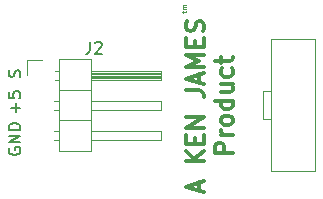
<source format=gto>
%TF.GenerationSoftware,KiCad,Pcbnew,7.0.2*%
%TF.CreationDate,2023-10-29T21:13:40-05:00*%
%TF.ProjectId,data_port_breakout,64617461-5f70-46f7-9274-5f627265616b,rev?*%
%TF.SameCoordinates,Original*%
%TF.FileFunction,Legend,Top*%
%TF.FilePolarity,Positive*%
%FSLAX46Y46*%
G04 Gerber Fmt 4.6, Leading zero omitted, Abs format (unit mm)*
G04 Created by KiCad (PCBNEW 7.0.2) date 2023-10-29 21:13:40*
%MOMM*%
%LPD*%
G01*
G04 APERTURE LIST*
%ADD10C,0.100000*%
%ADD11C,0.150000*%
%ADD12C,0.300000*%
%ADD13C,0.120000*%
%ADD14R,1.700000X1.700000*%
%ADD15O,1.700000X1.700000*%
G04 APERTURE END LIST*
D10*
X103812173Y-96729955D02*
X103812173Y-85479955D01*
X99412173Y-89929955D02*
X99412173Y-92279955D01*
X100112173Y-89929955D02*
X99762173Y-89929955D01*
X100112173Y-92279955D02*
X100112173Y-96729955D01*
X103812173Y-85479955D02*
X100112173Y-85479955D01*
X100112173Y-85479955D02*
X100112173Y-89929955D01*
X99762173Y-92279955D02*
X100112173Y-92279955D01*
X100112173Y-96729955D02*
X103812173Y-96729955D01*
X100112173Y-92279955D02*
X100112173Y-89929955D01*
X99762173Y-89929955D02*
X99412173Y-89929955D01*
X99412173Y-92279955D02*
X99762173Y-92279955D01*
D11*
X77919238Y-94742095D02*
X77871619Y-94837333D01*
X77871619Y-94837333D02*
X77871619Y-94980190D01*
X77871619Y-94980190D02*
X77919238Y-95123047D01*
X77919238Y-95123047D02*
X78014476Y-95218285D01*
X78014476Y-95218285D02*
X78109714Y-95265904D01*
X78109714Y-95265904D02*
X78300190Y-95313523D01*
X78300190Y-95313523D02*
X78443047Y-95313523D01*
X78443047Y-95313523D02*
X78633523Y-95265904D01*
X78633523Y-95265904D02*
X78728761Y-95218285D01*
X78728761Y-95218285D02*
X78824000Y-95123047D01*
X78824000Y-95123047D02*
X78871619Y-94980190D01*
X78871619Y-94980190D02*
X78871619Y-94884952D01*
X78871619Y-94884952D02*
X78824000Y-94742095D01*
X78824000Y-94742095D02*
X78776380Y-94694476D01*
X78776380Y-94694476D02*
X78443047Y-94694476D01*
X78443047Y-94694476D02*
X78443047Y-94884952D01*
X78871619Y-94265904D02*
X77871619Y-94265904D01*
X77871619Y-94265904D02*
X78871619Y-93694476D01*
X78871619Y-93694476D02*
X77871619Y-93694476D01*
X78871619Y-93218285D02*
X77871619Y-93218285D01*
X77871619Y-93218285D02*
X77871619Y-92980190D01*
X77871619Y-92980190D02*
X77919238Y-92837333D01*
X77919238Y-92837333D02*
X78014476Y-92742095D01*
X78014476Y-92742095D02*
X78109714Y-92694476D01*
X78109714Y-92694476D02*
X78300190Y-92646857D01*
X78300190Y-92646857D02*
X78443047Y-92646857D01*
X78443047Y-92646857D02*
X78633523Y-92694476D01*
X78633523Y-92694476D02*
X78728761Y-92742095D01*
X78728761Y-92742095D02*
X78824000Y-92837333D01*
X78824000Y-92837333D02*
X78871619Y-92980190D01*
X78871619Y-92980190D02*
X78871619Y-93218285D01*
X78824000Y-88709523D02*
X78871619Y-88566666D01*
X78871619Y-88566666D02*
X78871619Y-88328571D01*
X78871619Y-88328571D02*
X78824000Y-88233333D01*
X78824000Y-88233333D02*
X78776380Y-88185714D01*
X78776380Y-88185714D02*
X78681142Y-88138095D01*
X78681142Y-88138095D02*
X78585904Y-88138095D01*
X78585904Y-88138095D02*
X78490666Y-88185714D01*
X78490666Y-88185714D02*
X78443047Y-88233333D01*
X78443047Y-88233333D02*
X78395428Y-88328571D01*
X78395428Y-88328571D02*
X78347809Y-88519047D01*
X78347809Y-88519047D02*
X78300190Y-88614285D01*
X78300190Y-88614285D02*
X78252571Y-88661904D01*
X78252571Y-88661904D02*
X78157333Y-88709523D01*
X78157333Y-88709523D02*
X78062095Y-88709523D01*
X78062095Y-88709523D02*
X77966857Y-88661904D01*
X77966857Y-88661904D02*
X77919238Y-88614285D01*
X77919238Y-88614285D02*
X77871619Y-88519047D01*
X77871619Y-88519047D02*
X77871619Y-88280952D01*
X77871619Y-88280952D02*
X77919238Y-88138095D01*
D10*
X92648380Y-83273904D02*
X92648380Y-83121523D01*
X92515047Y-83216761D02*
X92857904Y-83216761D01*
X92857904Y-83216761D02*
X92896000Y-83197714D01*
X92896000Y-83197714D02*
X92915047Y-83159619D01*
X92915047Y-83159619D02*
X92915047Y-83121523D01*
X92915047Y-82988190D02*
X92648380Y-82988190D01*
X92686476Y-82988190D02*
X92667428Y-82969143D01*
X92667428Y-82969143D02*
X92648380Y-82931048D01*
X92648380Y-82931048D02*
X92648380Y-82873905D01*
X92648380Y-82873905D02*
X92667428Y-82835809D01*
X92667428Y-82835809D02*
X92705523Y-82816762D01*
X92705523Y-82816762D02*
X92915047Y-82816762D01*
X92705523Y-82816762D02*
X92667428Y-82797714D01*
X92667428Y-82797714D02*
X92648380Y-82759619D01*
X92648380Y-82759619D02*
X92648380Y-82702476D01*
X92648380Y-82702476D02*
X92667428Y-82664381D01*
X92667428Y-82664381D02*
X92705523Y-82645333D01*
X92705523Y-82645333D02*
X92915047Y-82645333D01*
D12*
X93985857Y-98364570D02*
X93985857Y-97650285D01*
X94414428Y-98507427D02*
X92914428Y-98007427D01*
X92914428Y-98007427D02*
X94414428Y-97507427D01*
X94414428Y-95864571D02*
X92914428Y-95864571D01*
X94414428Y-95007428D02*
X93557285Y-95650285D01*
X92914428Y-95007428D02*
X93771571Y-95864571D01*
X93628714Y-94364571D02*
X93628714Y-93864571D01*
X94414428Y-93650285D02*
X94414428Y-94364571D01*
X94414428Y-94364571D02*
X92914428Y-94364571D01*
X92914428Y-94364571D02*
X92914428Y-93650285D01*
X94414428Y-93007428D02*
X92914428Y-93007428D01*
X92914428Y-93007428D02*
X94414428Y-92150285D01*
X94414428Y-92150285D02*
X92914428Y-92150285D01*
X92914428Y-89864570D02*
X93985857Y-89864570D01*
X93985857Y-89864570D02*
X94200142Y-89935999D01*
X94200142Y-89935999D02*
X94343000Y-90078856D01*
X94343000Y-90078856D02*
X94414428Y-90293142D01*
X94414428Y-90293142D02*
X94414428Y-90435999D01*
X93985857Y-89221713D02*
X93985857Y-88507428D01*
X94414428Y-89364570D02*
X92914428Y-88864570D01*
X92914428Y-88864570D02*
X94414428Y-88364570D01*
X94414428Y-87864571D02*
X92914428Y-87864571D01*
X92914428Y-87864571D02*
X93985857Y-87364571D01*
X93985857Y-87364571D02*
X92914428Y-86864571D01*
X92914428Y-86864571D02*
X94414428Y-86864571D01*
X93628714Y-86150285D02*
X93628714Y-85650285D01*
X94414428Y-85435999D02*
X94414428Y-86150285D01*
X94414428Y-86150285D02*
X92914428Y-86150285D01*
X92914428Y-86150285D02*
X92914428Y-85435999D01*
X94343000Y-84864570D02*
X94414428Y-84650285D01*
X94414428Y-84650285D02*
X94414428Y-84293142D01*
X94414428Y-84293142D02*
X94343000Y-84150285D01*
X94343000Y-84150285D02*
X94271571Y-84078856D01*
X94271571Y-84078856D02*
X94128714Y-84007427D01*
X94128714Y-84007427D02*
X93985857Y-84007427D01*
X93985857Y-84007427D02*
X93843000Y-84078856D01*
X93843000Y-84078856D02*
X93771571Y-84150285D01*
X93771571Y-84150285D02*
X93700142Y-84293142D01*
X93700142Y-84293142D02*
X93628714Y-84578856D01*
X93628714Y-84578856D02*
X93557285Y-84721713D01*
X93557285Y-84721713D02*
X93485857Y-84793142D01*
X93485857Y-84793142D02*
X93343000Y-84864570D01*
X93343000Y-84864570D02*
X93200142Y-84864570D01*
X93200142Y-84864570D02*
X93057285Y-84793142D01*
X93057285Y-84793142D02*
X92985857Y-84721713D01*
X92985857Y-84721713D02*
X92914428Y-84578856D01*
X92914428Y-84578856D02*
X92914428Y-84221713D01*
X92914428Y-84221713D02*
X92985857Y-84007427D01*
X96844428Y-95150285D02*
X95344428Y-95150285D01*
X95344428Y-95150285D02*
X95344428Y-94578856D01*
X95344428Y-94578856D02*
X95415857Y-94435999D01*
X95415857Y-94435999D02*
X95487285Y-94364570D01*
X95487285Y-94364570D02*
X95630142Y-94293142D01*
X95630142Y-94293142D02*
X95844428Y-94293142D01*
X95844428Y-94293142D02*
X95987285Y-94364570D01*
X95987285Y-94364570D02*
X96058714Y-94435999D01*
X96058714Y-94435999D02*
X96130142Y-94578856D01*
X96130142Y-94578856D02*
X96130142Y-95150285D01*
X96844428Y-93650285D02*
X95844428Y-93650285D01*
X96130142Y-93650285D02*
X95987285Y-93578856D01*
X95987285Y-93578856D02*
X95915857Y-93507428D01*
X95915857Y-93507428D02*
X95844428Y-93364570D01*
X95844428Y-93364570D02*
X95844428Y-93221713D01*
X96844428Y-92507428D02*
X96773000Y-92650285D01*
X96773000Y-92650285D02*
X96701571Y-92721714D01*
X96701571Y-92721714D02*
X96558714Y-92793142D01*
X96558714Y-92793142D02*
X96130142Y-92793142D01*
X96130142Y-92793142D02*
X95987285Y-92721714D01*
X95987285Y-92721714D02*
X95915857Y-92650285D01*
X95915857Y-92650285D02*
X95844428Y-92507428D01*
X95844428Y-92507428D02*
X95844428Y-92293142D01*
X95844428Y-92293142D02*
X95915857Y-92150285D01*
X95915857Y-92150285D02*
X95987285Y-92078857D01*
X95987285Y-92078857D02*
X96130142Y-92007428D01*
X96130142Y-92007428D02*
X96558714Y-92007428D01*
X96558714Y-92007428D02*
X96701571Y-92078857D01*
X96701571Y-92078857D02*
X96773000Y-92150285D01*
X96773000Y-92150285D02*
X96844428Y-92293142D01*
X96844428Y-92293142D02*
X96844428Y-92507428D01*
X96844428Y-90721714D02*
X95344428Y-90721714D01*
X96773000Y-90721714D02*
X96844428Y-90864571D01*
X96844428Y-90864571D02*
X96844428Y-91150285D01*
X96844428Y-91150285D02*
X96773000Y-91293142D01*
X96773000Y-91293142D02*
X96701571Y-91364571D01*
X96701571Y-91364571D02*
X96558714Y-91435999D01*
X96558714Y-91435999D02*
X96130142Y-91435999D01*
X96130142Y-91435999D02*
X95987285Y-91364571D01*
X95987285Y-91364571D02*
X95915857Y-91293142D01*
X95915857Y-91293142D02*
X95844428Y-91150285D01*
X95844428Y-91150285D02*
X95844428Y-90864571D01*
X95844428Y-90864571D02*
X95915857Y-90721714D01*
X95844428Y-89364571D02*
X96844428Y-89364571D01*
X95844428Y-90007428D02*
X96630142Y-90007428D01*
X96630142Y-90007428D02*
X96773000Y-89935999D01*
X96773000Y-89935999D02*
X96844428Y-89793142D01*
X96844428Y-89793142D02*
X96844428Y-89578856D01*
X96844428Y-89578856D02*
X96773000Y-89435999D01*
X96773000Y-89435999D02*
X96701571Y-89364571D01*
X96773000Y-88007428D02*
X96844428Y-88150285D01*
X96844428Y-88150285D02*
X96844428Y-88435999D01*
X96844428Y-88435999D02*
X96773000Y-88578856D01*
X96773000Y-88578856D02*
X96701571Y-88650285D01*
X96701571Y-88650285D02*
X96558714Y-88721713D01*
X96558714Y-88721713D02*
X96130142Y-88721713D01*
X96130142Y-88721713D02*
X95987285Y-88650285D01*
X95987285Y-88650285D02*
X95915857Y-88578856D01*
X95915857Y-88578856D02*
X95844428Y-88435999D01*
X95844428Y-88435999D02*
X95844428Y-88150285D01*
X95844428Y-88150285D02*
X95915857Y-88007428D01*
X95844428Y-87578856D02*
X95844428Y-87007428D01*
X95344428Y-87364571D02*
X96630142Y-87364571D01*
X96630142Y-87364571D02*
X96773000Y-87293142D01*
X96773000Y-87293142D02*
X96844428Y-87150285D01*
X96844428Y-87150285D02*
X96844428Y-87007428D01*
D11*
X78490666Y-91709904D02*
X78490666Y-90948000D01*
X78871619Y-91328952D02*
X78109714Y-91328952D01*
X77871619Y-89995619D02*
X77871619Y-90471809D01*
X77871619Y-90471809D02*
X78347809Y-90519428D01*
X78347809Y-90519428D02*
X78300190Y-90471809D01*
X78300190Y-90471809D02*
X78252571Y-90376571D01*
X78252571Y-90376571D02*
X78252571Y-90138476D01*
X78252571Y-90138476D02*
X78300190Y-90043238D01*
X78300190Y-90043238D02*
X78347809Y-89995619D01*
X78347809Y-89995619D02*
X78443047Y-89948000D01*
X78443047Y-89948000D02*
X78681142Y-89948000D01*
X78681142Y-89948000D02*
X78776380Y-89995619D01*
X78776380Y-89995619D02*
X78824000Y-90043238D01*
X78824000Y-90043238D02*
X78871619Y-90138476D01*
X78871619Y-90138476D02*
X78871619Y-90376571D01*
X78871619Y-90376571D02*
X78824000Y-90471809D01*
X78824000Y-90471809D02*
X78776380Y-90519428D01*
%TO.C,J2*%
X84766666Y-85757574D02*
X84766666Y-86471859D01*
X84766666Y-86471859D02*
X84719047Y-86614716D01*
X84719047Y-86614716D02*
X84623809Y-86709955D01*
X84623809Y-86709955D02*
X84480952Y-86757574D01*
X84480952Y-86757574D02*
X84385714Y-86757574D01*
X85195238Y-85852812D02*
X85242857Y-85805193D01*
X85242857Y-85805193D02*
X85338095Y-85757574D01*
X85338095Y-85757574D02*
X85576190Y-85757574D01*
X85576190Y-85757574D02*
X85671428Y-85805193D01*
X85671428Y-85805193D02*
X85719047Y-85852812D01*
X85719047Y-85852812D02*
X85766666Y-85948050D01*
X85766666Y-85948050D02*
X85766666Y-86043288D01*
X85766666Y-86043288D02*
X85719047Y-86186145D01*
X85719047Y-86186145D02*
X85147619Y-86757574D01*
X85147619Y-86757574D02*
X85766666Y-86757574D01*
D13*
X79445000Y-87294955D02*
X80715000Y-87294955D01*
X79445000Y-88564955D02*
X79445000Y-87294955D01*
X81757929Y-90724955D02*
X82155000Y-90724955D01*
X81757929Y-91484955D02*
X82155000Y-91484955D01*
X81757929Y-93264955D02*
X82155000Y-93264955D01*
X81757929Y-94024955D02*
X82155000Y-94024955D01*
X81825000Y-88184955D02*
X82155000Y-88184955D01*
X81825000Y-88944955D02*
X82155000Y-88944955D01*
X82155000Y-87234955D02*
X82155000Y-94974955D01*
X82155000Y-89834955D02*
X84815000Y-89834955D01*
X82155000Y-92374955D02*
X84815000Y-92374955D01*
X82155000Y-94974955D02*
X84815000Y-94974955D01*
X84815000Y-87234955D02*
X82155000Y-87234955D01*
X84815000Y-88184955D02*
X90815000Y-88184955D01*
X84815000Y-88244955D02*
X90815000Y-88244955D01*
X84815000Y-88364955D02*
X90815000Y-88364955D01*
X84815000Y-88484955D02*
X90815000Y-88484955D01*
X84815000Y-88604955D02*
X90815000Y-88604955D01*
X84815000Y-88724955D02*
X90815000Y-88724955D01*
X84815000Y-88844955D02*
X90815000Y-88844955D01*
X84815000Y-90724955D02*
X90815000Y-90724955D01*
X84815000Y-93264955D02*
X90815000Y-93264955D01*
X84815000Y-94974955D02*
X84815000Y-87234955D01*
X90815000Y-88184955D02*
X90815000Y-88944955D01*
X90815000Y-88944955D02*
X84815000Y-88944955D01*
X90815000Y-90724955D02*
X90815000Y-91484955D01*
X90815000Y-91484955D02*
X84815000Y-91484955D01*
X90815000Y-93264955D02*
X90815000Y-94024955D01*
X90815000Y-94024955D02*
X84815000Y-94024955D01*
%TD*%
%LPC*%
D14*
%TO.C,J2*%
X80715000Y-88564955D03*
D15*
X80715000Y-91104955D03*
X80715000Y-93644955D03*
%TD*%
%LPD*%
M02*

</source>
